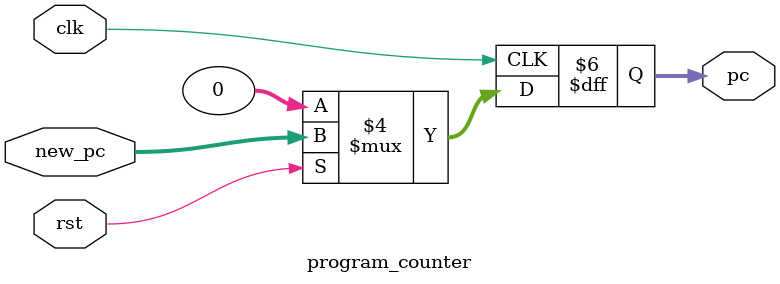
<source format=v>
module program_counter(pc,clk,rst,new_pc);

    input [31:0] new_pc;
    output reg [31:0] pc;

    input clk,rst;

    always @(posedge clk)
    begin
        if (~rst)
            pc <= 32'b00000000000000000000000000000000;
        else
            pc <= new_pc;
    end    
endmodule
</source>
